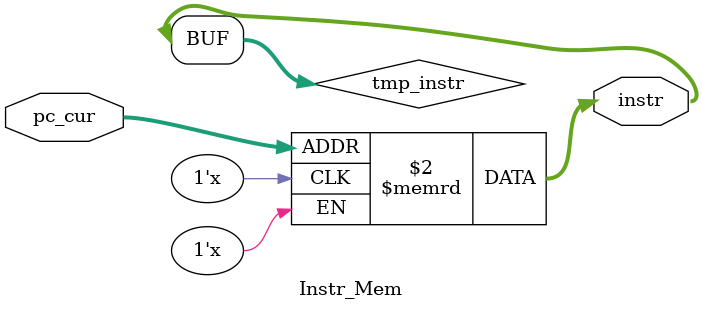
<source format=v>
module Instr_Mem(pc_cur, instr);
    input[5:0] pc_cur;
    output [31:0] instr;

    reg[31:0] Instrs[1023:0];
    reg[31:0] tmp_instr;

    always@(pc_cur)begin
        tmp_instr = Instrs[pc_cur];
        $display("pc_cur=0x%8X, instr=0x%8X", pc_cur, tmp_instr);
    end

    assign instr = tmp_instr;

endmodule // Instr_Mem
</source>
